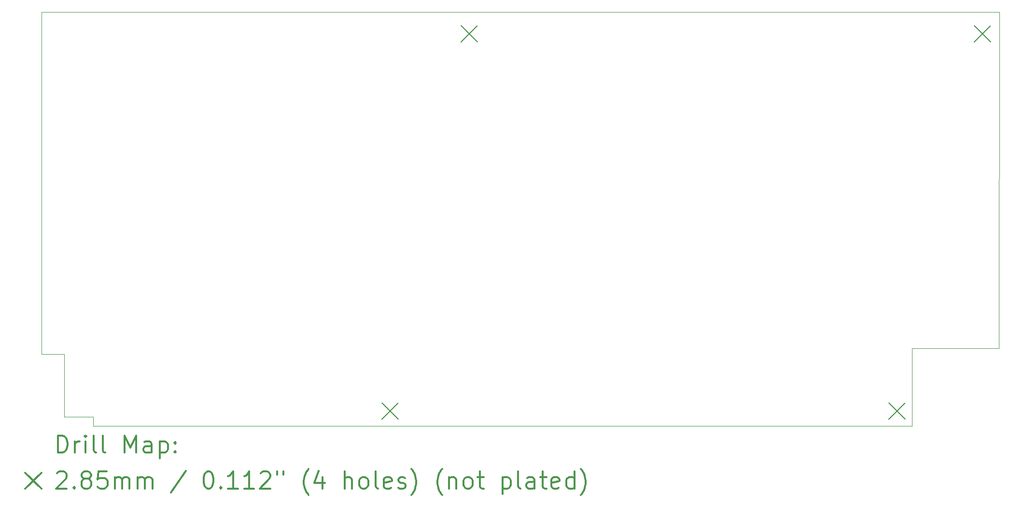
<source format=gbr>
%FSLAX45Y45*%
G04 Gerber Fmt 4.5, Leading zero omitted, Abs format (unit mm)*
G04 Created by KiCad (PCBNEW (5.1.7)-1) date 2021-09-17 17:17:59*
%MOMM*%
%LPD*%
G01*
G04 APERTURE LIST*
%TA.AperFunction,Profile*%
%ADD10C,0.050000*%
%TD*%
%ADD11C,0.200000*%
%ADD12C,0.300000*%
G04 APERTURE END LIST*
D10*
X7479200Y-11657550D02*
X7479200Y-11817550D01*
X6979200Y-11657550D02*
X7479200Y-11657550D01*
X7479200Y-11817550D02*
X21839200Y-11817550D01*
X6979200Y-10557550D02*
X6979200Y-11657550D01*
X6579200Y-10557550D02*
X6979200Y-10557550D01*
X6579200Y-4557550D02*
X6579200Y-10557550D01*
X23379200Y-4557550D02*
X6579200Y-4557550D01*
X23369200Y-10457550D02*
X23379200Y-4557550D01*
X21839200Y-10457550D02*
X23369200Y-10457550D01*
X21839200Y-11817550D02*
X21839200Y-10457550D01*
D11*
X13933700Y-4791050D02*
X14218700Y-5076050D01*
X14218700Y-4791050D02*
X13933700Y-5076050D01*
X22933700Y-4791050D02*
X23218700Y-5076050D01*
X23218700Y-4791050D02*
X22933700Y-5076050D01*
X12546700Y-11415100D02*
X12831700Y-11700100D01*
X12831700Y-11415100D02*
X12546700Y-11700100D01*
X21436700Y-11415100D02*
X21721700Y-11700100D01*
X21721700Y-11415100D02*
X21436700Y-11700100D01*
D12*
X6863128Y-12285764D02*
X6863128Y-11985764D01*
X6934557Y-11985764D01*
X6977414Y-12000050D01*
X7005986Y-12028621D01*
X7020271Y-12057193D01*
X7034557Y-12114336D01*
X7034557Y-12157193D01*
X7020271Y-12214336D01*
X7005986Y-12242907D01*
X6977414Y-12271479D01*
X6934557Y-12285764D01*
X6863128Y-12285764D01*
X7163128Y-12285764D02*
X7163128Y-12085764D01*
X7163128Y-12142907D02*
X7177414Y-12114336D01*
X7191700Y-12100050D01*
X7220271Y-12085764D01*
X7248843Y-12085764D01*
X7348843Y-12285764D02*
X7348843Y-12085764D01*
X7348843Y-11985764D02*
X7334557Y-12000050D01*
X7348843Y-12014336D01*
X7363128Y-12000050D01*
X7348843Y-11985764D01*
X7348843Y-12014336D01*
X7534557Y-12285764D02*
X7505986Y-12271479D01*
X7491700Y-12242907D01*
X7491700Y-11985764D01*
X7691700Y-12285764D02*
X7663128Y-12271479D01*
X7648843Y-12242907D01*
X7648843Y-11985764D01*
X8034557Y-12285764D02*
X8034557Y-11985764D01*
X8134557Y-12200050D01*
X8234557Y-11985764D01*
X8234557Y-12285764D01*
X8505986Y-12285764D02*
X8505986Y-12128621D01*
X8491700Y-12100050D01*
X8463128Y-12085764D01*
X8405986Y-12085764D01*
X8377414Y-12100050D01*
X8505986Y-12271479D02*
X8477414Y-12285764D01*
X8405986Y-12285764D01*
X8377414Y-12271479D01*
X8363128Y-12242907D01*
X8363128Y-12214336D01*
X8377414Y-12185764D01*
X8405986Y-12171479D01*
X8477414Y-12171479D01*
X8505986Y-12157193D01*
X8648843Y-12085764D02*
X8648843Y-12385764D01*
X8648843Y-12100050D02*
X8677414Y-12085764D01*
X8734557Y-12085764D01*
X8763128Y-12100050D01*
X8777414Y-12114336D01*
X8791700Y-12142907D01*
X8791700Y-12228621D01*
X8777414Y-12257193D01*
X8763128Y-12271479D01*
X8734557Y-12285764D01*
X8677414Y-12285764D01*
X8648843Y-12271479D01*
X8920271Y-12257193D02*
X8934557Y-12271479D01*
X8920271Y-12285764D01*
X8905986Y-12271479D01*
X8920271Y-12257193D01*
X8920271Y-12285764D01*
X8920271Y-12100050D02*
X8934557Y-12114336D01*
X8920271Y-12128621D01*
X8905986Y-12114336D01*
X8920271Y-12100050D01*
X8920271Y-12128621D01*
X6291700Y-12637550D02*
X6576700Y-12922550D01*
X6576700Y-12637550D02*
X6291700Y-12922550D01*
X6848843Y-12644336D02*
X6863128Y-12630050D01*
X6891700Y-12615764D01*
X6963128Y-12615764D01*
X6991700Y-12630050D01*
X7005986Y-12644336D01*
X7020271Y-12672907D01*
X7020271Y-12701479D01*
X7005986Y-12744336D01*
X6834557Y-12915764D01*
X7020271Y-12915764D01*
X7148843Y-12887193D02*
X7163128Y-12901479D01*
X7148843Y-12915764D01*
X7134557Y-12901479D01*
X7148843Y-12887193D01*
X7148843Y-12915764D01*
X7334557Y-12744336D02*
X7305986Y-12730050D01*
X7291700Y-12715764D01*
X7277414Y-12687193D01*
X7277414Y-12672907D01*
X7291700Y-12644336D01*
X7305986Y-12630050D01*
X7334557Y-12615764D01*
X7391700Y-12615764D01*
X7420271Y-12630050D01*
X7434557Y-12644336D01*
X7448843Y-12672907D01*
X7448843Y-12687193D01*
X7434557Y-12715764D01*
X7420271Y-12730050D01*
X7391700Y-12744336D01*
X7334557Y-12744336D01*
X7305986Y-12758621D01*
X7291700Y-12772907D01*
X7277414Y-12801479D01*
X7277414Y-12858621D01*
X7291700Y-12887193D01*
X7305986Y-12901479D01*
X7334557Y-12915764D01*
X7391700Y-12915764D01*
X7420271Y-12901479D01*
X7434557Y-12887193D01*
X7448843Y-12858621D01*
X7448843Y-12801479D01*
X7434557Y-12772907D01*
X7420271Y-12758621D01*
X7391700Y-12744336D01*
X7720271Y-12615764D02*
X7577414Y-12615764D01*
X7563128Y-12758621D01*
X7577414Y-12744336D01*
X7605986Y-12730050D01*
X7677414Y-12730050D01*
X7705986Y-12744336D01*
X7720271Y-12758621D01*
X7734557Y-12787193D01*
X7734557Y-12858621D01*
X7720271Y-12887193D01*
X7705986Y-12901479D01*
X7677414Y-12915764D01*
X7605986Y-12915764D01*
X7577414Y-12901479D01*
X7563128Y-12887193D01*
X7863128Y-12915764D02*
X7863128Y-12715764D01*
X7863128Y-12744336D02*
X7877414Y-12730050D01*
X7905986Y-12715764D01*
X7948843Y-12715764D01*
X7977414Y-12730050D01*
X7991700Y-12758621D01*
X7991700Y-12915764D01*
X7991700Y-12758621D02*
X8005986Y-12730050D01*
X8034557Y-12715764D01*
X8077414Y-12715764D01*
X8105986Y-12730050D01*
X8120271Y-12758621D01*
X8120271Y-12915764D01*
X8263128Y-12915764D02*
X8263128Y-12715764D01*
X8263128Y-12744336D02*
X8277414Y-12730050D01*
X8305986Y-12715764D01*
X8348843Y-12715764D01*
X8377414Y-12730050D01*
X8391700Y-12758621D01*
X8391700Y-12915764D01*
X8391700Y-12758621D02*
X8405986Y-12730050D01*
X8434557Y-12715764D01*
X8477414Y-12715764D01*
X8505986Y-12730050D01*
X8520271Y-12758621D01*
X8520271Y-12915764D01*
X9105986Y-12601479D02*
X8848843Y-12987193D01*
X9491700Y-12615764D02*
X9520271Y-12615764D01*
X9548843Y-12630050D01*
X9563128Y-12644336D01*
X9577414Y-12672907D01*
X9591700Y-12730050D01*
X9591700Y-12801479D01*
X9577414Y-12858621D01*
X9563128Y-12887193D01*
X9548843Y-12901479D01*
X9520271Y-12915764D01*
X9491700Y-12915764D01*
X9463128Y-12901479D01*
X9448843Y-12887193D01*
X9434557Y-12858621D01*
X9420271Y-12801479D01*
X9420271Y-12730050D01*
X9434557Y-12672907D01*
X9448843Y-12644336D01*
X9463128Y-12630050D01*
X9491700Y-12615764D01*
X9720271Y-12887193D02*
X9734557Y-12901479D01*
X9720271Y-12915764D01*
X9705986Y-12901479D01*
X9720271Y-12887193D01*
X9720271Y-12915764D01*
X10020271Y-12915764D02*
X9848843Y-12915764D01*
X9934557Y-12915764D02*
X9934557Y-12615764D01*
X9905986Y-12658621D01*
X9877414Y-12687193D01*
X9848843Y-12701479D01*
X10305986Y-12915764D02*
X10134557Y-12915764D01*
X10220271Y-12915764D02*
X10220271Y-12615764D01*
X10191700Y-12658621D01*
X10163128Y-12687193D01*
X10134557Y-12701479D01*
X10420271Y-12644336D02*
X10434557Y-12630050D01*
X10463128Y-12615764D01*
X10534557Y-12615764D01*
X10563128Y-12630050D01*
X10577414Y-12644336D01*
X10591700Y-12672907D01*
X10591700Y-12701479D01*
X10577414Y-12744336D01*
X10405986Y-12915764D01*
X10591700Y-12915764D01*
X10705986Y-12615764D02*
X10705986Y-12672907D01*
X10820271Y-12615764D02*
X10820271Y-12672907D01*
X11263128Y-13030050D02*
X11248843Y-13015764D01*
X11220271Y-12972907D01*
X11205986Y-12944336D01*
X11191700Y-12901479D01*
X11177414Y-12830050D01*
X11177414Y-12772907D01*
X11191700Y-12701479D01*
X11205986Y-12658621D01*
X11220271Y-12630050D01*
X11248843Y-12587193D01*
X11263128Y-12572907D01*
X11505986Y-12715764D02*
X11505986Y-12915764D01*
X11434557Y-12601479D02*
X11363128Y-12815764D01*
X11548843Y-12815764D01*
X11891700Y-12915764D02*
X11891700Y-12615764D01*
X12020271Y-12915764D02*
X12020271Y-12758621D01*
X12005986Y-12730050D01*
X11977414Y-12715764D01*
X11934557Y-12715764D01*
X11905986Y-12730050D01*
X11891700Y-12744336D01*
X12205986Y-12915764D02*
X12177414Y-12901479D01*
X12163128Y-12887193D01*
X12148843Y-12858621D01*
X12148843Y-12772907D01*
X12163128Y-12744336D01*
X12177414Y-12730050D01*
X12205986Y-12715764D01*
X12248843Y-12715764D01*
X12277414Y-12730050D01*
X12291700Y-12744336D01*
X12305986Y-12772907D01*
X12305986Y-12858621D01*
X12291700Y-12887193D01*
X12277414Y-12901479D01*
X12248843Y-12915764D01*
X12205986Y-12915764D01*
X12477414Y-12915764D02*
X12448843Y-12901479D01*
X12434557Y-12872907D01*
X12434557Y-12615764D01*
X12705986Y-12901479D02*
X12677414Y-12915764D01*
X12620271Y-12915764D01*
X12591700Y-12901479D01*
X12577414Y-12872907D01*
X12577414Y-12758621D01*
X12591700Y-12730050D01*
X12620271Y-12715764D01*
X12677414Y-12715764D01*
X12705986Y-12730050D01*
X12720271Y-12758621D01*
X12720271Y-12787193D01*
X12577414Y-12815764D01*
X12834557Y-12901479D02*
X12863128Y-12915764D01*
X12920271Y-12915764D01*
X12948843Y-12901479D01*
X12963128Y-12872907D01*
X12963128Y-12858621D01*
X12948843Y-12830050D01*
X12920271Y-12815764D01*
X12877414Y-12815764D01*
X12848843Y-12801479D01*
X12834557Y-12772907D01*
X12834557Y-12758621D01*
X12848843Y-12730050D01*
X12877414Y-12715764D01*
X12920271Y-12715764D01*
X12948843Y-12730050D01*
X13063128Y-13030050D02*
X13077414Y-13015764D01*
X13105986Y-12972907D01*
X13120271Y-12944336D01*
X13134557Y-12901479D01*
X13148843Y-12830050D01*
X13148843Y-12772907D01*
X13134557Y-12701479D01*
X13120271Y-12658621D01*
X13105986Y-12630050D01*
X13077414Y-12587193D01*
X13063128Y-12572907D01*
X13605986Y-13030050D02*
X13591700Y-13015764D01*
X13563128Y-12972907D01*
X13548843Y-12944336D01*
X13534557Y-12901479D01*
X13520271Y-12830050D01*
X13520271Y-12772907D01*
X13534557Y-12701479D01*
X13548843Y-12658621D01*
X13563128Y-12630050D01*
X13591700Y-12587193D01*
X13605986Y-12572907D01*
X13720271Y-12715764D02*
X13720271Y-12915764D01*
X13720271Y-12744336D02*
X13734557Y-12730050D01*
X13763128Y-12715764D01*
X13805986Y-12715764D01*
X13834557Y-12730050D01*
X13848843Y-12758621D01*
X13848843Y-12915764D01*
X14034557Y-12915764D02*
X14005986Y-12901479D01*
X13991700Y-12887193D01*
X13977414Y-12858621D01*
X13977414Y-12772907D01*
X13991700Y-12744336D01*
X14005986Y-12730050D01*
X14034557Y-12715764D01*
X14077414Y-12715764D01*
X14105986Y-12730050D01*
X14120271Y-12744336D01*
X14134557Y-12772907D01*
X14134557Y-12858621D01*
X14120271Y-12887193D01*
X14105986Y-12901479D01*
X14077414Y-12915764D01*
X14034557Y-12915764D01*
X14220271Y-12715764D02*
X14334557Y-12715764D01*
X14263128Y-12615764D02*
X14263128Y-12872907D01*
X14277414Y-12901479D01*
X14305986Y-12915764D01*
X14334557Y-12915764D01*
X14663128Y-12715764D02*
X14663128Y-13015764D01*
X14663128Y-12730050D02*
X14691700Y-12715764D01*
X14748843Y-12715764D01*
X14777414Y-12730050D01*
X14791700Y-12744336D01*
X14805986Y-12772907D01*
X14805986Y-12858621D01*
X14791700Y-12887193D01*
X14777414Y-12901479D01*
X14748843Y-12915764D01*
X14691700Y-12915764D01*
X14663128Y-12901479D01*
X14977414Y-12915764D02*
X14948843Y-12901479D01*
X14934557Y-12872907D01*
X14934557Y-12615764D01*
X15220271Y-12915764D02*
X15220271Y-12758621D01*
X15205986Y-12730050D01*
X15177414Y-12715764D01*
X15120271Y-12715764D01*
X15091700Y-12730050D01*
X15220271Y-12901479D02*
X15191700Y-12915764D01*
X15120271Y-12915764D01*
X15091700Y-12901479D01*
X15077414Y-12872907D01*
X15077414Y-12844336D01*
X15091700Y-12815764D01*
X15120271Y-12801479D01*
X15191700Y-12801479D01*
X15220271Y-12787193D01*
X15320271Y-12715764D02*
X15434557Y-12715764D01*
X15363128Y-12615764D02*
X15363128Y-12872907D01*
X15377414Y-12901479D01*
X15405986Y-12915764D01*
X15434557Y-12915764D01*
X15648843Y-12901479D02*
X15620271Y-12915764D01*
X15563128Y-12915764D01*
X15534557Y-12901479D01*
X15520271Y-12872907D01*
X15520271Y-12758621D01*
X15534557Y-12730050D01*
X15563128Y-12715764D01*
X15620271Y-12715764D01*
X15648843Y-12730050D01*
X15663128Y-12758621D01*
X15663128Y-12787193D01*
X15520271Y-12815764D01*
X15920271Y-12915764D02*
X15920271Y-12615764D01*
X15920271Y-12901479D02*
X15891700Y-12915764D01*
X15834557Y-12915764D01*
X15805986Y-12901479D01*
X15791700Y-12887193D01*
X15777414Y-12858621D01*
X15777414Y-12772907D01*
X15791700Y-12744336D01*
X15805986Y-12730050D01*
X15834557Y-12715764D01*
X15891700Y-12715764D01*
X15920271Y-12730050D01*
X16034557Y-13030050D02*
X16048843Y-13015764D01*
X16077414Y-12972907D01*
X16091700Y-12944336D01*
X16105986Y-12901479D01*
X16120271Y-12830050D01*
X16120271Y-12772907D01*
X16105986Y-12701479D01*
X16091700Y-12658621D01*
X16077414Y-12630050D01*
X16048843Y-12587193D01*
X16034557Y-12572907D01*
M02*

</source>
